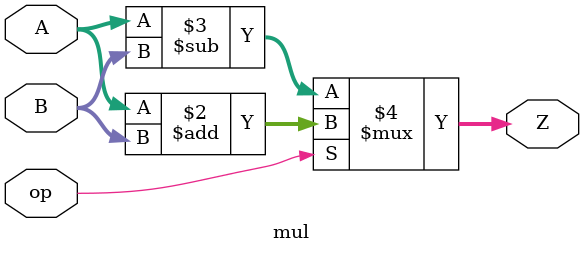
<source format=v>
module mul(
	input wire [31:0]		A, B,
	input wire				op,
	output wire [63:0]	Z
);
	assign Z = (op == 1) ? A+B : A-B;
endmodule

</source>
